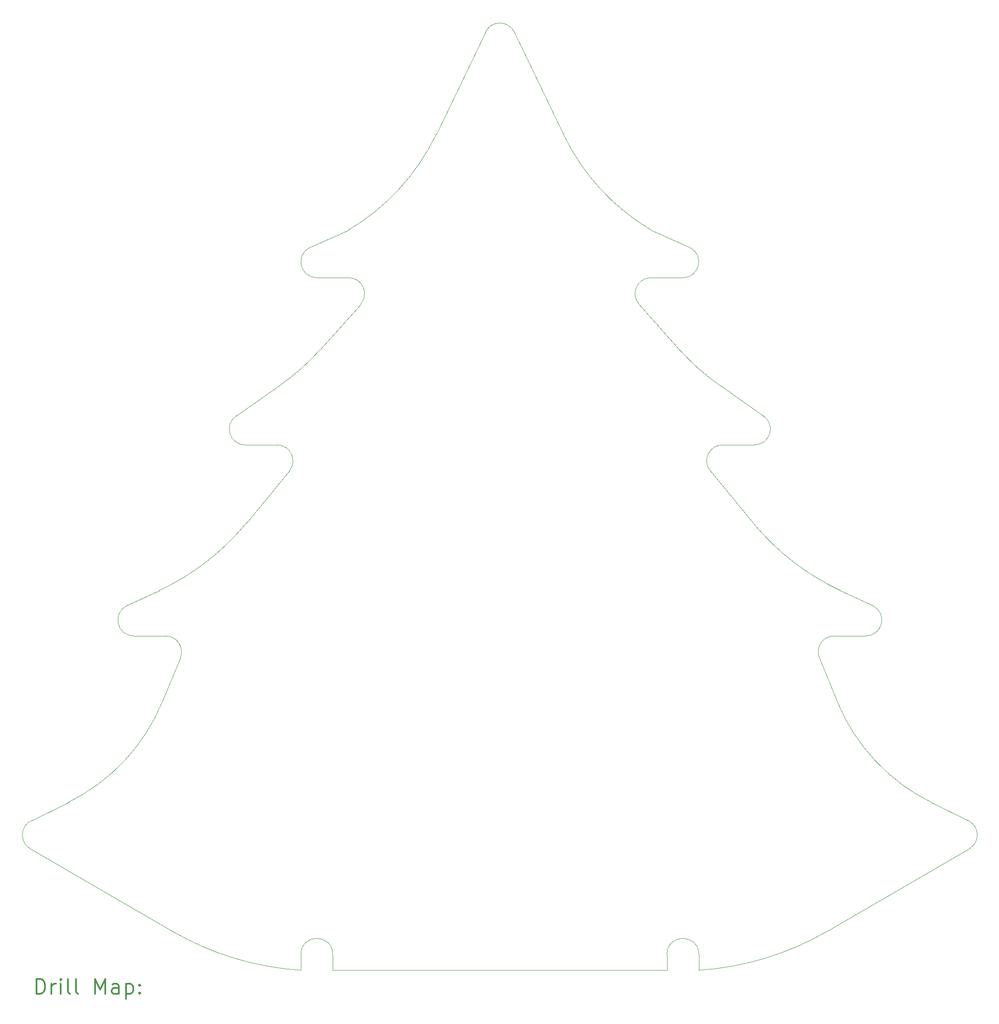
<source format=gbr>
%FSLAX45Y45*%
G04 Gerber Fmt 4.5, Leading zero omitted, Abs format (unit mm)*
G04 Created by KiCad (PCBNEW no-vcs-found-9447181~59~ubuntu16.04.1) date Tue Aug 15 14:11:18 2017*
%MOMM*%
%LPD*%
G01*
G04 APERTURE LIST*
%ADD10C,0.100000*%
%ADD11C,0.200000*%
%ADD12C,0.300000*%
G04 APERTURE END LIST*
D10*
X7239696Y-9215229D02*
G75*
G02X6442630Y-9922993I-3397946J3023979D01*
G01*
X5565207Y-10534523D02*
X6442630Y-9922993D01*
X5746750Y-11112500D02*
G75*
G02X5565207Y-10534523I0J317500D01*
G01*
X6381750Y-11112500D02*
X5746750Y-11112500D01*
X6858000Y-21272500D02*
G75*
G02X7493000Y-21272500I317500J0D01*
G01*
X7493000Y-21590000D02*
X7493000Y-21272500D01*
X1459714Y-19165758D02*
G75*
G02X1478736Y-18606536I159536J274508D01*
G01*
X4302743Y-20818045D02*
X1459714Y-19165758D01*
X13843000Y-6826250D02*
G75*
G02X12096750Y-4921250I2275965J3839165D01*
G01*
X11114668Y-2882424D02*
X12096750Y-4921250D01*
X14160500Y-21590000D02*
X7493000Y-21590000D01*
X14160500Y-21272500D02*
X14160500Y-21590000D01*
X16088293Y-10534523D02*
G75*
G02X15906750Y-11112500I-181543J-260478D01*
G01*
X15210870Y-9922993D02*
X16088293Y-10534523D01*
X15026713Y-11631899D02*
G75*
G02X15271750Y-11112500I245037J201899D01*
G01*
X15906750Y-11112500D02*
X15271750Y-11112500D01*
X4092471Y-16237419D02*
G75*
G02X2223191Y-18239128I-3584471J1473669D01*
G01*
X1478736Y-18606536D02*
X2223191Y-18239128D01*
X7175500Y-7778750D02*
G75*
G02X7030429Y-7178831I0J317500D01*
G01*
X7810500Y-7778750D02*
X7175500Y-7778750D01*
X17200599Y-15360728D02*
G75*
G02X17494250Y-14922500I293651J120728D01*
G01*
X18129250Y-14922500D02*
X17494250Y-14922500D01*
X6858000Y-21590000D02*
G75*
G02X4302743Y-20818045I371285J5844064D01*
G01*
X6858000Y-21272500D02*
X6858000Y-21590000D01*
X9556750Y-4921250D02*
G75*
G02X7810500Y-6826250I-4022215J1934166D01*
G01*
X7030429Y-7178831D02*
X7810500Y-6826250D01*
X14623071Y-7178831D02*
G75*
G02X14478000Y-7778750I-145071J-282419D01*
G01*
X13843000Y-6826250D02*
X14623071Y-7178831D01*
X13605822Y-8307325D02*
G75*
G02X13843000Y-7778750I237178J211075D01*
G01*
X14478000Y-7778750D02*
X13843000Y-7778750D01*
X10538832Y-2882424D02*
G75*
G02X11114668Y-2882424I287918J-133826D01*
G01*
X9556750Y-4921250D02*
X10538832Y-2882424D01*
X19430309Y-18239128D02*
G75*
G02X17561029Y-16237419I1715191J3475378D01*
G01*
X17200599Y-15360728D02*
X17561029Y-16237419D01*
X17617768Y-14015309D02*
G75*
G02X15881011Y-12668730I2113116J4518686D01*
G01*
X15026713Y-11631899D02*
X15881011Y-12668730D01*
X18263746Y-14317394D02*
G75*
G02X18129250Y-14922500I-134496J-287606D01*
G01*
X17617768Y-14015309D02*
X18263746Y-14317394D01*
X17350757Y-20818045D02*
G75*
G02X14795500Y-21590000I-2926541J5072109D01*
G01*
X20193786Y-19165758D02*
X17350757Y-20818045D01*
X6381750Y-11112500D02*
G75*
G02X6626787Y-11631899I0J-317500D01*
G01*
X5772489Y-12668730D02*
X6626787Y-11631899D01*
X7810500Y-7778750D02*
G75*
G02X8047678Y-8307325I0J-317500D01*
G01*
X7239696Y-9215229D02*
X8047678Y-8307325D01*
X15210870Y-9922993D02*
G75*
G02X14413804Y-9215229I2600880J3731743D01*
G01*
X13605822Y-8307325D02*
X14413804Y-9215229D01*
X14160500Y-21272500D02*
G75*
G02X14795500Y-21272500I317500J0D01*
G01*
X14795500Y-21590000D02*
X14795500Y-21272500D01*
X20174764Y-18606536D02*
G75*
G02X20193786Y-19165758I-140514J-284714D01*
G01*
X19430309Y-18239128D02*
X20174764Y-18606536D01*
X4159250Y-14922500D02*
G75*
G02X4452901Y-15360728I0J-317500D01*
G01*
X4092471Y-16237419D02*
X4452901Y-15360728D01*
X3524250Y-14922500D02*
G75*
G02X3389754Y-14317394I0J317500D01*
G01*
X4159250Y-14922500D02*
X3524250Y-14922500D01*
X5772489Y-12668730D02*
G75*
G02X4035732Y-14015309I-3849873J3172106D01*
G01*
X3389754Y-14317394D02*
X4035732Y-14015309D01*
D11*
D12*
X1583178Y-22060714D02*
X1583178Y-21760714D01*
X1654607Y-21760714D01*
X1697464Y-21775000D01*
X1726036Y-21803572D01*
X1740321Y-21832143D01*
X1754607Y-21889286D01*
X1754607Y-21932143D01*
X1740321Y-21989286D01*
X1726036Y-22017857D01*
X1697464Y-22046429D01*
X1654607Y-22060714D01*
X1583178Y-22060714D01*
X1883178Y-22060714D02*
X1883178Y-21860714D01*
X1883178Y-21917857D02*
X1897464Y-21889286D01*
X1911750Y-21875000D01*
X1940321Y-21860714D01*
X1968893Y-21860714D01*
X2068893Y-22060714D02*
X2068893Y-21860714D01*
X2068893Y-21760714D02*
X2054607Y-21775000D01*
X2068893Y-21789286D01*
X2083178Y-21775000D01*
X2068893Y-21760714D01*
X2068893Y-21789286D01*
X2254607Y-22060714D02*
X2226036Y-22046429D01*
X2211750Y-22017857D01*
X2211750Y-21760714D01*
X2411750Y-22060714D02*
X2383178Y-22046429D01*
X2368893Y-22017857D01*
X2368893Y-21760714D01*
X2754607Y-22060714D02*
X2754607Y-21760714D01*
X2854607Y-21975000D01*
X2954607Y-21760714D01*
X2954607Y-22060714D01*
X3226036Y-22060714D02*
X3226036Y-21903572D01*
X3211750Y-21875000D01*
X3183178Y-21860714D01*
X3126036Y-21860714D01*
X3097464Y-21875000D01*
X3226036Y-22046429D02*
X3197464Y-22060714D01*
X3126036Y-22060714D01*
X3097464Y-22046429D01*
X3083178Y-22017857D01*
X3083178Y-21989286D01*
X3097464Y-21960714D01*
X3126036Y-21946429D01*
X3197464Y-21946429D01*
X3226036Y-21932143D01*
X3368893Y-21860714D02*
X3368893Y-22160714D01*
X3368893Y-21875000D02*
X3397464Y-21860714D01*
X3454607Y-21860714D01*
X3483178Y-21875000D01*
X3497464Y-21889286D01*
X3511750Y-21917857D01*
X3511750Y-22003572D01*
X3497464Y-22032143D01*
X3483178Y-22046429D01*
X3454607Y-22060714D01*
X3397464Y-22060714D01*
X3368893Y-22046429D01*
X3640321Y-22032143D02*
X3654607Y-22046429D01*
X3640321Y-22060714D01*
X3626036Y-22046429D01*
X3640321Y-22032143D01*
X3640321Y-22060714D01*
X3640321Y-21875000D02*
X3654607Y-21889286D01*
X3640321Y-21903572D01*
X3626036Y-21889286D01*
X3640321Y-21875000D01*
X3640321Y-21903572D01*
M02*

</source>
